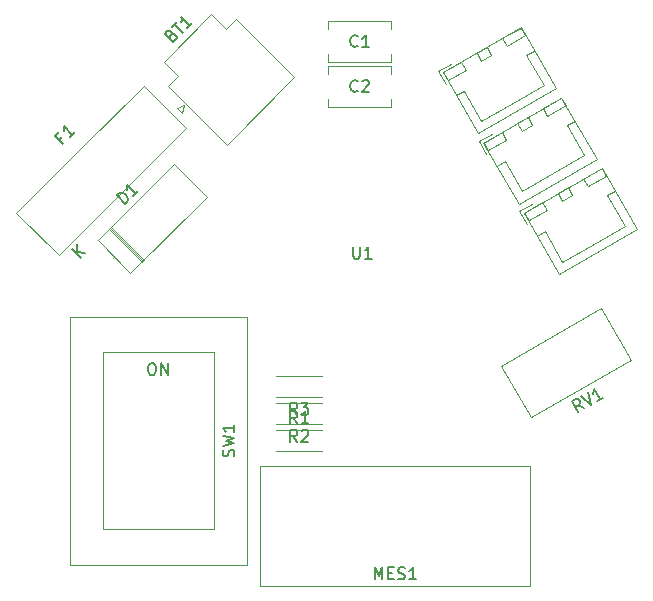
<source format=gbr>
%TF.GenerationSoftware,KiCad,Pcbnew,(6.0.5)*%
%TF.CreationDate,2022-10-17T22:54:22+09:00*%
%TF.ProjectId,psu_board,7073755f-626f-4617-9264-2e6b69636164,rev?*%
%TF.SameCoordinates,Original*%
%TF.FileFunction,Legend,Top*%
%TF.FilePolarity,Positive*%
%FSLAX46Y46*%
G04 Gerber Fmt 4.6, Leading zero omitted, Abs format (unit mm)*
G04 Created by KiCad (PCBNEW (6.0.5)) date 2022-10-17 22:54:22*
%MOMM*%
%LPD*%
G01*
G04 APERTURE LIST*
%ADD10C,0.150000*%
%ADD11C,0.120000*%
G04 APERTURE END LIST*
D10*
%TO.C,F1*%
X125438503Y-91619907D02*
X125202800Y-91855609D01*
X125573190Y-92225999D02*
X124866083Y-91518892D01*
X125202800Y-91182174D01*
X126549670Y-91249518D02*
X126145609Y-91653579D01*
X126347640Y-91451548D02*
X125640533Y-90744442D01*
X125674205Y-90912800D01*
X125674205Y-91047487D01*
X125640533Y-91148503D01*
%TO.C,SW1*%
X140008761Y-118681333D02*
X140056380Y-118538476D01*
X140056380Y-118300380D01*
X140008761Y-118205142D01*
X139961142Y-118157523D01*
X139865904Y-118109904D01*
X139770666Y-118109904D01*
X139675428Y-118157523D01*
X139627809Y-118205142D01*
X139580190Y-118300380D01*
X139532571Y-118490857D01*
X139484952Y-118586095D01*
X139437333Y-118633714D01*
X139342095Y-118681333D01*
X139246857Y-118681333D01*
X139151619Y-118633714D01*
X139104000Y-118586095D01*
X139056380Y-118490857D01*
X139056380Y-118252761D01*
X139104000Y-118109904D01*
X139056380Y-117776571D02*
X140056380Y-117538476D01*
X139342095Y-117348000D01*
X140056380Y-117157523D01*
X139056380Y-116919428D01*
X140056380Y-116014666D02*
X140056380Y-116586095D01*
X140056380Y-116300380D02*
X139056380Y-116300380D01*
X139199238Y-116395619D01*
X139294476Y-116490857D01*
X139342095Y-116586095D01*
X132984952Y-110800380D02*
X133175428Y-110800380D01*
X133270666Y-110848000D01*
X133365904Y-110943238D01*
X133413523Y-111133714D01*
X133413523Y-111467047D01*
X133365904Y-111657523D01*
X133270666Y-111752761D01*
X133175428Y-111800380D01*
X132984952Y-111800380D01*
X132889714Y-111752761D01*
X132794476Y-111657523D01*
X132746857Y-111467047D01*
X132746857Y-111133714D01*
X132794476Y-110943238D01*
X132889714Y-110848000D01*
X132984952Y-110800380D01*
X133842095Y-111800380D02*
X133842095Y-110800380D01*
X134413523Y-111800380D01*
X134413523Y-110800380D01*
%TO.C,C2*%
X150495333Y-87733142D02*
X150447714Y-87780761D01*
X150304857Y-87828380D01*
X150209619Y-87828380D01*
X150066761Y-87780761D01*
X149971523Y-87685523D01*
X149923904Y-87590285D01*
X149876285Y-87399809D01*
X149876285Y-87256952D01*
X149923904Y-87066476D01*
X149971523Y-86971238D01*
X150066761Y-86876000D01*
X150209619Y-86828380D01*
X150304857Y-86828380D01*
X150447714Y-86876000D01*
X150495333Y-86923619D01*
X150876285Y-86923619D02*
X150923904Y-86876000D01*
X151019142Y-86828380D01*
X151257238Y-86828380D01*
X151352476Y-86876000D01*
X151400095Y-86923619D01*
X151447714Y-87018857D01*
X151447714Y-87114095D01*
X151400095Y-87256952D01*
X150828666Y-87828380D01*
X151447714Y-87828380D01*
%TO.C,R2*%
X145375333Y-117434380D02*
X145042000Y-116958190D01*
X144803904Y-117434380D02*
X144803904Y-116434380D01*
X145184857Y-116434380D01*
X145280095Y-116482000D01*
X145327714Y-116529619D01*
X145375333Y-116624857D01*
X145375333Y-116767714D01*
X145327714Y-116862952D01*
X145280095Y-116910571D01*
X145184857Y-116958190D01*
X144803904Y-116958190D01*
X145756285Y-116529619D02*
X145803904Y-116482000D01*
X145899142Y-116434380D01*
X146137238Y-116434380D01*
X146232476Y-116482000D01*
X146280095Y-116529619D01*
X146327714Y-116624857D01*
X146327714Y-116720095D01*
X146280095Y-116862952D01*
X145708666Y-117434380D01*
X146327714Y-117434380D01*
%TO.C,D1*%
X130793862Y-97293687D02*
X130086755Y-96586581D01*
X130255114Y-96418222D01*
X130389801Y-96350878D01*
X130524488Y-96350878D01*
X130625503Y-96384550D01*
X130793862Y-96485565D01*
X130894877Y-96586581D01*
X130995893Y-96754939D01*
X131029564Y-96855955D01*
X131029564Y-96990642D01*
X130962221Y-97125329D01*
X130793862Y-97293687D01*
X131871358Y-96216191D02*
X131467297Y-96620252D01*
X131669328Y-96418222D02*
X130962221Y-95711115D01*
X130995893Y-95879474D01*
X130995893Y-96014161D01*
X130962221Y-96115176D01*
X127043503Y-101850149D02*
X126336396Y-101143042D01*
X127447564Y-101446088D02*
X126740457Y-101345073D01*
X126740457Y-100738981D02*
X126740457Y-101547103D01*
%TO.C,R3*%
X145375333Y-115148380D02*
X145042000Y-114672190D01*
X144803904Y-115148380D02*
X144803904Y-114148380D01*
X145184857Y-114148380D01*
X145280095Y-114196000D01*
X145327714Y-114243619D01*
X145375333Y-114338857D01*
X145375333Y-114481714D01*
X145327714Y-114576952D01*
X145280095Y-114624571D01*
X145184857Y-114672190D01*
X144803904Y-114672190D01*
X145708666Y-114148380D02*
X146327714Y-114148380D01*
X145994380Y-114529333D01*
X146137238Y-114529333D01*
X146232476Y-114576952D01*
X146280095Y-114624571D01*
X146327714Y-114719809D01*
X146327714Y-114957904D01*
X146280095Y-115053142D01*
X146232476Y-115100761D01*
X146137238Y-115148380D01*
X145851523Y-115148380D01*
X145756285Y-115100761D01*
X145708666Y-115053142D01*
%TO.C,C1*%
X150495333Y-83923142D02*
X150447714Y-83970761D01*
X150304857Y-84018380D01*
X150209619Y-84018380D01*
X150066761Y-83970761D01*
X149971523Y-83875523D01*
X149923904Y-83780285D01*
X149876285Y-83589809D01*
X149876285Y-83446952D01*
X149923904Y-83256476D01*
X149971523Y-83161238D01*
X150066761Y-83066000D01*
X150209619Y-83018380D01*
X150304857Y-83018380D01*
X150447714Y-83066000D01*
X150495333Y-83113619D01*
X151447714Y-84018380D02*
X150876285Y-84018380D01*
X151162000Y-84018380D02*
X151162000Y-83018380D01*
X151066761Y-83161238D01*
X150971523Y-83256476D01*
X150876285Y-83304095D01*
%TO.C,MES1*%
X151931904Y-129089380D02*
X151931904Y-128089380D01*
X152265238Y-128803666D01*
X152598571Y-128089380D01*
X152598571Y-129089380D01*
X153074761Y-128565571D02*
X153408095Y-128565571D01*
X153550952Y-129089380D02*
X153074761Y-129089380D01*
X153074761Y-128089380D01*
X153550952Y-128089380D01*
X153931904Y-129041761D02*
X154074761Y-129089380D01*
X154312857Y-129089380D01*
X154408095Y-129041761D01*
X154455714Y-128994142D01*
X154503333Y-128898904D01*
X154503333Y-128803666D01*
X154455714Y-128708428D01*
X154408095Y-128660809D01*
X154312857Y-128613190D01*
X154122380Y-128565571D01*
X154027142Y-128517952D01*
X153979523Y-128470333D01*
X153931904Y-128375095D01*
X153931904Y-128279857D01*
X153979523Y-128184619D01*
X154027142Y-128137000D01*
X154122380Y-128089380D01*
X154360476Y-128089380D01*
X154503333Y-128137000D01*
X155455714Y-129089380D02*
X154884285Y-129089380D01*
X155170000Y-129089380D02*
X155170000Y-128089380D01*
X155074761Y-128232238D01*
X154979523Y-128327476D01*
X154884285Y-128375095D01*
%TO.C,BT1*%
X134732176Y-83011344D02*
X134866863Y-82944000D01*
X134934206Y-82944000D01*
X135035222Y-82977672D01*
X135136237Y-83078687D01*
X135169909Y-83179703D01*
X135169909Y-83247046D01*
X135136237Y-83348061D01*
X134866863Y-83617435D01*
X134159756Y-82910329D01*
X134395458Y-82674626D01*
X134496474Y-82640955D01*
X134563817Y-82640955D01*
X134664832Y-82674626D01*
X134732176Y-82741970D01*
X134765848Y-82842985D01*
X134765848Y-82910329D01*
X134732176Y-83011344D01*
X134496474Y-83247046D01*
X134765848Y-82304237D02*
X135169909Y-81900176D01*
X135674985Y-82809313D02*
X134967878Y-82102206D01*
X136483107Y-82001191D02*
X136079046Y-82405252D01*
X136281077Y-82203222D02*
X135573970Y-81496115D01*
X135607642Y-81664474D01*
X135607642Y-81799161D01*
X135573970Y-81900176D01*
%TO.C,RV1*%
X169680040Y-114608045D02*
X169153269Y-114362319D01*
X169185168Y-114893759D02*
X168685168Y-114027734D01*
X169015082Y-113837258D01*
X169121371Y-113830878D01*
X169186419Y-113848308D01*
X169275278Y-113906977D01*
X169346706Y-114030695D01*
X169353086Y-114136983D01*
X169335656Y-114202032D01*
X169276987Y-114290890D01*
X168947073Y-114481366D01*
X169427475Y-113599162D02*
X170216151Y-114298521D01*
X170004826Y-113265829D01*
X171247133Y-113703283D02*
X170752262Y-113988997D01*
X170999697Y-113846140D02*
X170499697Y-112980115D01*
X170488647Y-113151452D01*
X170453788Y-113281549D01*
X170395119Y-113370408D01*
%TO.C,R1*%
X145375333Y-115880380D02*
X145042000Y-115404190D01*
X144803904Y-115880380D02*
X144803904Y-114880380D01*
X145184857Y-114880380D01*
X145280095Y-114928000D01*
X145327714Y-114975619D01*
X145375333Y-115070857D01*
X145375333Y-115213714D01*
X145327714Y-115308952D01*
X145280095Y-115356571D01*
X145184857Y-115404190D01*
X144803904Y-115404190D01*
X146327714Y-115880380D02*
X145756285Y-115880380D01*
X146042000Y-115880380D02*
X146042000Y-114880380D01*
X145946761Y-115023238D01*
X145851523Y-115118476D01*
X145756285Y-115166095D01*
%TO.C,U1*%
X150110095Y-100929380D02*
X150110095Y-101738904D01*
X150157714Y-101834142D01*
X150205333Y-101881761D01*
X150300571Y-101929380D01*
X150491047Y-101929380D01*
X150586285Y-101881761D01*
X150633904Y-101834142D01*
X150681523Y-101738904D01*
X150681523Y-100929380D01*
X151681523Y-101929380D02*
X151110095Y-101929380D01*
X151395809Y-101929380D02*
X151395809Y-100929380D01*
X151300571Y-101072238D01*
X151205333Y-101167476D01*
X151110095Y-101215095D01*
D11*
%TO.C,F1*%
X121593795Y-98080102D02*
X125185897Y-101672205D01*
X132370102Y-87303795D02*
X126981949Y-92691949D01*
X130574051Y-96284051D02*
X135962205Y-90895897D01*
X135962205Y-90895897D02*
X132370102Y-87303795D01*
X125185897Y-101672205D02*
X130574051Y-96284051D01*
X126981949Y-92691949D02*
X121593795Y-98080102D01*
%TO.C,SW1*%
X126104000Y-106848000D02*
X126104000Y-127848000D01*
X128904000Y-124848000D02*
X138304000Y-124848000D01*
X141104000Y-127848000D02*
X141104000Y-106848000D01*
X128904000Y-109848000D02*
X128904000Y-124848000D01*
X133604000Y-106848000D02*
X126104000Y-106848000D01*
X126104000Y-127848000D02*
X141104000Y-127848000D01*
X138304000Y-124848000D02*
X138304000Y-109848000D01*
X133604000Y-109848000D02*
X128904000Y-109848000D01*
X138304000Y-109848000D02*
X133604000Y-109848000D01*
X141104000Y-106848000D02*
X133604000Y-106848000D01*
%TO.C,C2*%
X147992000Y-85655000D02*
X147992000Y-86321000D01*
X147992000Y-89097000D02*
X153332000Y-89097000D01*
X147992000Y-88431000D02*
X147992000Y-89097000D01*
X147992000Y-85655000D02*
X153332000Y-85655000D01*
X153332000Y-85655000D02*
X153332000Y-86321000D01*
X153332000Y-88431000D02*
X153332000Y-89097000D01*
%TO.C,R2*%
X147462000Y-115982000D02*
X143622000Y-115982000D01*
X147462000Y-114142000D02*
X143622000Y-114142000D01*
%TO.C,D1*%
X136426473Y-95221528D02*
X136327478Y-95320523D01*
X129585215Y-99276785D02*
X132371216Y-102062786D01*
X134934478Y-93927523D02*
X128471522Y-100390479D01*
X137720478Y-96713523D02*
X134934478Y-93927523D01*
X129765527Y-101882474D02*
X129864522Y-101783479D01*
X129415509Y-99446491D02*
X132201510Y-102232492D01*
X129500362Y-99361638D02*
X132286363Y-102147639D01*
X131257522Y-103176479D02*
X137720478Y-96713523D01*
X128471522Y-100390479D02*
X131257522Y-103176479D01*
%TO.C,R3*%
X147462000Y-113696000D02*
X143622000Y-113696000D01*
X147462000Y-111856000D02*
X143622000Y-111856000D01*
%TO.C,C1*%
X147992000Y-81845000D02*
X147992000Y-82511000D01*
X147992000Y-81845000D02*
X153332000Y-81845000D01*
X147992000Y-84621000D02*
X147992000Y-85287000D01*
X153332000Y-84621000D02*
X153332000Y-85287000D01*
X147992000Y-85287000D02*
X153332000Y-85287000D01*
X153332000Y-81845000D02*
X153332000Y-82511000D01*
%TO.C,MES1*%
X142240000Y-119493000D02*
X153670000Y-119493000D01*
X165100000Y-119493000D02*
X165100000Y-129653000D01*
X142240000Y-129653000D02*
X142240000Y-119493000D01*
X165100000Y-129653000D02*
X153670000Y-129653000D01*
X153670000Y-119493000D02*
X165100000Y-119493000D01*
X153670000Y-129653000D02*
X142240000Y-129653000D01*
%TO.C,J1*%
X165436428Y-84326592D02*
X164786909Y-84701592D01*
X163127583Y-83927554D02*
X164686428Y-83027554D01*
X158402359Y-85443227D02*
X157319828Y-86068227D01*
X164686428Y-83027554D02*
X164311428Y-82378035D01*
X158104635Y-86827554D02*
X159663481Y-85927554D01*
X161453544Y-84028035D02*
X160587519Y-84528035D01*
X159663481Y-85927554D02*
X159288481Y-85278035D01*
X164315089Y-82364375D02*
X157715975Y-86174375D01*
X157729635Y-86178035D02*
X158104635Y-86827554D01*
X157715975Y-86174375D02*
X160700975Y-91344546D01*
X161828544Y-84677554D02*
X161453544Y-84028035D01*
X166261909Y-87256367D02*
X163620532Y-88781367D01*
X160587519Y-84528035D02*
X160962519Y-85177554D01*
X162752583Y-83278035D02*
X163127583Y-83927554D01*
X160700975Y-91344546D02*
X167300089Y-87534546D01*
X164311428Y-82378035D02*
X162752583Y-83278035D01*
X167300089Y-87534546D02*
X164315089Y-82364375D01*
X159504154Y-87751592D02*
X160979154Y-90306367D01*
X158854635Y-88126592D02*
X159504154Y-87751592D01*
X160962519Y-85177554D02*
X161828544Y-84677554D01*
X159288481Y-85278035D02*
X157729635Y-86178035D01*
X164786909Y-84701592D02*
X166261909Y-87256367D01*
X160979154Y-90306367D02*
X163620532Y-88781367D01*
X157319828Y-86068227D02*
X157944828Y-87150759D01*
%TO.C,J3*%
X165712635Y-100004997D02*
X166362154Y-99629997D01*
X166521481Y-97805959D02*
X166146481Y-97156440D01*
X171644909Y-96579997D02*
X173119909Y-99134772D01*
X168686544Y-96555959D02*
X168311544Y-95906440D01*
X166362154Y-99629997D02*
X167837154Y-102184772D01*
X167558975Y-103222951D02*
X174158089Y-99412951D01*
X167837154Y-102184772D02*
X170478532Y-100659772D01*
X166146481Y-97156440D02*
X164587635Y-98056440D01*
X171169428Y-94256440D02*
X169610583Y-95156440D01*
X172294428Y-96204997D02*
X171644909Y-96579997D01*
X165260359Y-97321632D02*
X164177828Y-97946632D01*
X164177828Y-97946632D02*
X164802828Y-99029164D01*
X171173089Y-94242780D02*
X164573975Y-98052780D01*
X174158089Y-99412951D02*
X171173089Y-94242780D01*
X169985583Y-95805959D02*
X171544428Y-94905959D01*
X164962635Y-98705959D02*
X166521481Y-97805959D01*
X164573975Y-98052780D02*
X167558975Y-103222951D01*
X164587635Y-98056440D02*
X164962635Y-98705959D01*
X171544428Y-94905959D02*
X171169428Y-94256440D01*
X169610583Y-95156440D02*
X169985583Y-95805959D01*
X173119909Y-99134772D02*
X170478532Y-100659772D01*
X167820519Y-97055959D02*
X168686544Y-96555959D01*
X168311544Y-95906440D02*
X167445519Y-96406440D01*
X167445519Y-96406440D02*
X167820519Y-97055959D01*
%TO.C,BT1*%
X139418274Y-92299697D02*
X134454385Y-87335808D01*
X140167808Y-81622385D02*
X145131697Y-86586274D01*
X135302913Y-86487280D02*
X134100831Y-85285198D01*
X145131697Y-86586274D02*
X139418274Y-92299697D01*
X135804959Y-88969224D02*
X135592827Y-89605620D01*
X135168563Y-89181356D02*
X135804959Y-88969224D01*
X134454385Y-87335808D02*
X135302913Y-86487280D01*
X134100831Y-85285198D02*
X138117198Y-81268831D01*
X135592827Y-89605620D02*
X135168563Y-89181356D01*
X138117198Y-81268831D02*
X139319279Y-82470913D01*
X139319279Y-82470913D02*
X140167808Y-81622385D01*
%TO.C,J2*%
X165257544Y-90616757D02*
X164882544Y-89967238D01*
X167744089Y-88303578D02*
X161144975Y-92113578D01*
X162283635Y-94065795D02*
X162933154Y-93690795D01*
X164882544Y-89967238D02*
X164016519Y-90467238D01*
X169690909Y-93195570D02*
X167049532Y-94720570D01*
X168865428Y-90265795D02*
X168215909Y-90640795D01*
X164016519Y-90467238D02*
X164391519Y-91116757D01*
X166181583Y-89217238D02*
X166556583Y-89866757D01*
X163092481Y-91866757D02*
X162717481Y-91217238D01*
X161158635Y-92117238D02*
X161533635Y-92766757D01*
X164129975Y-97283749D02*
X170729089Y-93473749D01*
X166556583Y-89866757D02*
X168115428Y-88966757D01*
X170729089Y-93473749D02*
X167744089Y-88303578D01*
X161144975Y-92113578D02*
X164129975Y-97283749D01*
X167740428Y-88317238D02*
X166181583Y-89217238D01*
X168115428Y-88966757D02*
X167740428Y-88317238D01*
X160748828Y-92007430D02*
X161373828Y-93089962D01*
X164408154Y-96245570D02*
X167049532Y-94720570D01*
X168215909Y-90640795D02*
X169690909Y-93195570D01*
X162933154Y-93690795D02*
X164408154Y-96245570D01*
X162717481Y-91217238D02*
X161158635Y-92117238D01*
X161831359Y-91382430D02*
X160748828Y-92007430D01*
X164391519Y-91116757D02*
X165257544Y-90616757D01*
X161533635Y-92766757D02*
X163092481Y-91866757D01*
%TO.C,RV1*%
X173634875Y-110497544D02*
X171099875Y-106106795D01*
X165173806Y-115382544D02*
X162638806Y-110991795D01*
X173634875Y-110497544D02*
X165173806Y-115382544D01*
X171099875Y-106106795D02*
X162638806Y-110991795D01*
%TO.C,R1*%
X143622000Y-118268000D02*
X147462000Y-118268000D01*
X143622000Y-116428000D02*
X147462000Y-116428000D01*
%TD*%
M02*

</source>
